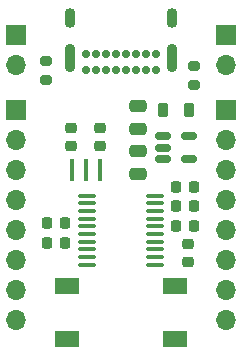
<source format=gts>
G04 #@! TF.GenerationSoftware,KiCad,Pcbnew,7.0.8*
G04 #@! TF.CreationDate,2023-11-11T23:39:21-08:00*
G04 #@! TF.ProjectId,STM32F042-Mini,53544d33-3246-4303-9432-2d4d696e692e,rev?*
G04 #@! TF.SameCoordinates,Original*
G04 #@! TF.FileFunction,Soldermask,Top*
G04 #@! TF.FilePolarity,Negative*
%FSLAX46Y46*%
G04 Gerber Fmt 4.6, Leading zero omitted, Abs format (unit mm)*
G04 Created by KiCad (PCBNEW 7.0.8) date 2023-11-11 23:39:21*
%MOMM*%
%LPD*%
G01*
G04 APERTURE LIST*
G04 Aperture macros list*
%AMRoundRect*
0 Rectangle with rounded corners*
0 $1 Rounding radius*
0 $2 $3 $4 $5 $6 $7 $8 $9 X,Y pos of 4 corners*
0 Add a 4 corners polygon primitive as box body*
4,1,4,$2,$3,$4,$5,$6,$7,$8,$9,$2,$3,0*
0 Add four circle primitives for the rounded corners*
1,1,$1+$1,$2,$3*
1,1,$1+$1,$4,$5*
1,1,$1+$1,$6,$7*
1,1,$1+$1,$8,$9*
0 Add four rect primitives between the rounded corners*
20,1,$1+$1,$2,$3,$4,$5,0*
20,1,$1+$1,$4,$5,$6,$7,0*
20,1,$1+$1,$6,$7,$8,$9,0*
20,1,$1+$1,$8,$9,$2,$3,0*%
G04 Aperture macros list end*
%ADD10R,0.400000X1.900000*%
%ADD11R,1.700000X1.700000*%
%ADD12O,1.700000X1.700000*%
%ADD13RoundRect,0.150000X-0.512500X-0.150000X0.512500X-0.150000X0.512500X0.150000X-0.512500X0.150000X0*%
%ADD14RoundRect,0.100000X-0.637500X-0.100000X0.637500X-0.100000X0.637500X0.100000X-0.637500X0.100000X0*%
%ADD15R,2.100000X1.400000*%
%ADD16RoundRect,0.200000X0.275000X-0.200000X0.275000X0.200000X-0.275000X0.200000X-0.275000X-0.200000X0*%
%ADD17RoundRect,0.200000X-0.275000X0.200000X-0.275000X-0.200000X0.275000X-0.200000X0.275000X0.200000X0*%
%ADD18O,0.900000X2.400000*%
%ADD19O,0.900000X1.700000*%
%ADD20C,0.700000*%
%ADD21RoundRect,0.218750X0.218750X0.381250X-0.218750X0.381250X-0.218750X-0.381250X0.218750X-0.381250X0*%
%ADD22RoundRect,0.250000X0.475000X-0.250000X0.475000X0.250000X-0.475000X0.250000X-0.475000X-0.250000X0*%
%ADD23RoundRect,0.225000X0.250000X-0.225000X0.250000X0.225000X-0.250000X0.225000X-0.250000X-0.225000X0*%
%ADD24RoundRect,0.225000X0.225000X0.250000X-0.225000X0.250000X-0.225000X-0.250000X0.225000X-0.250000X0*%
%ADD25RoundRect,0.225000X-0.225000X-0.250000X0.225000X-0.250000X0.225000X0.250000X-0.225000X0.250000X0*%
G04 APERTURE END LIST*
D10*
X68220000Y-55850000D03*
X69420000Y-55850000D03*
X70620000Y-55850000D03*
D11*
X63500000Y-44450000D03*
D12*
X63500000Y-46990000D03*
D13*
X75922500Y-53025000D03*
X75922500Y-53975000D03*
X75922500Y-54925000D03*
X78197500Y-54925000D03*
X78197500Y-53025000D03*
D14*
X69527500Y-58035000D03*
X69527500Y-58685000D03*
X69527500Y-59335000D03*
X69527500Y-59985000D03*
X69527500Y-60635000D03*
X69527500Y-61285000D03*
X69527500Y-61935000D03*
X69527500Y-62585000D03*
X69527500Y-63235000D03*
X69527500Y-63885000D03*
X75252500Y-63885000D03*
X75252500Y-63235000D03*
X75252500Y-62585000D03*
X75252500Y-61935000D03*
X75252500Y-61285000D03*
X75252500Y-60635000D03*
X75252500Y-59985000D03*
X75252500Y-59335000D03*
X75252500Y-58685000D03*
X75252500Y-58035000D03*
D15*
X76940000Y-70195000D03*
X76940000Y-65695000D03*
X67840000Y-70195000D03*
X67840000Y-65695000D03*
D16*
X78590000Y-48685000D03*
X78590000Y-47035000D03*
D17*
X66040000Y-48260000D03*
X66040000Y-46610000D03*
D18*
X76715000Y-46405000D03*
X68065000Y-46405000D03*
D19*
X76715000Y-43025000D03*
X68065000Y-43025000D03*
D20*
X75365000Y-46035000D03*
X74515000Y-46035000D03*
X73665000Y-46035000D03*
X72815000Y-46035000D03*
X71965000Y-46035000D03*
X71115000Y-46035000D03*
X70265000Y-46035000D03*
X69415000Y-46035000D03*
X69415000Y-47385000D03*
X70265000Y-47385000D03*
X71115000Y-47385000D03*
X71965000Y-47385000D03*
X72815000Y-47385000D03*
X73665000Y-47385000D03*
X74515000Y-47385000D03*
X75365000Y-47385000D03*
D11*
X81280000Y-44450000D03*
D12*
X81280000Y-46990000D03*
D11*
X81280000Y-50800000D03*
D12*
X81280000Y-53340000D03*
X81280000Y-55880000D03*
X81280000Y-58420000D03*
X81280000Y-60960000D03*
X81280000Y-63500000D03*
X81280000Y-66040000D03*
X81280000Y-68580000D03*
D11*
X63500000Y-50800000D03*
D12*
X63500000Y-53340000D03*
X63500000Y-55880000D03*
X63500000Y-58420000D03*
X63500000Y-60960000D03*
X63500000Y-63500000D03*
X63500000Y-66040000D03*
X63500000Y-68580000D03*
D21*
X78122500Y-50800000D03*
X75997500Y-50800000D03*
D22*
X73885000Y-56195000D03*
X73885000Y-54295000D03*
X73885000Y-52385000D03*
X73885000Y-50485000D03*
D23*
X70620000Y-53875000D03*
X70620000Y-52325000D03*
X68210000Y-53875000D03*
X68210000Y-52325000D03*
X78100000Y-63680000D03*
X78100000Y-62130000D03*
D24*
X67704000Y-62030000D03*
X66154000Y-62030000D03*
X67704000Y-60379000D03*
X66154000Y-60379000D03*
D25*
X77076000Y-57277000D03*
X78626000Y-57277000D03*
X78626000Y-58928000D03*
X77076000Y-58928000D03*
X77076000Y-60579000D03*
X78626000Y-60579000D03*
M02*

</source>
